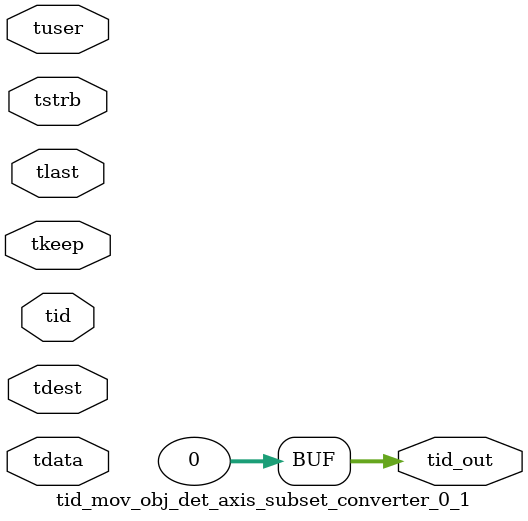
<source format=v>


`timescale 1ps/1ps

module tid_mov_obj_det_axis_subset_converter_0_1 #
(
parameter C_S_AXIS_TID_WIDTH   = 1,
parameter C_S_AXIS_TUSER_WIDTH = 0,
parameter C_S_AXIS_TDATA_WIDTH = 0,
parameter C_S_AXIS_TDEST_WIDTH = 0,
parameter C_M_AXIS_TID_WIDTH   = 32
)
(
input  [(C_S_AXIS_TID_WIDTH   == 0 ? 1 : C_S_AXIS_TID_WIDTH)-1:0       ] tid,
input  [(C_S_AXIS_TDATA_WIDTH == 0 ? 1 : C_S_AXIS_TDATA_WIDTH)-1:0     ] tdata,
input  [(C_S_AXIS_TUSER_WIDTH == 0 ? 1 : C_S_AXIS_TUSER_WIDTH)-1:0     ] tuser,
input  [(C_S_AXIS_TDEST_WIDTH == 0 ? 1 : C_S_AXIS_TDEST_WIDTH)-1:0     ] tdest,
input  [(C_S_AXIS_TDATA_WIDTH/8)-1:0 ] tkeep,
input  [(C_S_AXIS_TDATA_WIDTH/8)-1:0 ] tstrb,
input                                                                    tlast,
output [(C_M_AXIS_TID_WIDTH   == 0 ? 1 : C_M_AXIS_TID_WIDTH)-1:0       ] tid_out
);

assign tid_out = {1'b0};

endmodule


</source>
